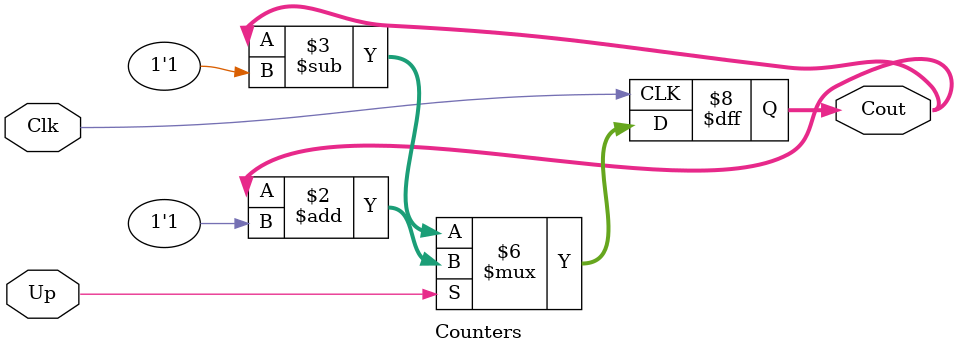
<source format=v>
`timescale 1ns / 1ps

module Counters(
    input Clk,
    input Up, // 可增可减（可逆）计数器
    output reg [7:0] Cout = 8'b0000_0000 // 8 位计数器
    );

always @(posedge Clk)
    if (Up)
        Cout <= Cout + 1'b1;
    else
        Cout <= Cout - 1'b1;
endmodule
</source>
